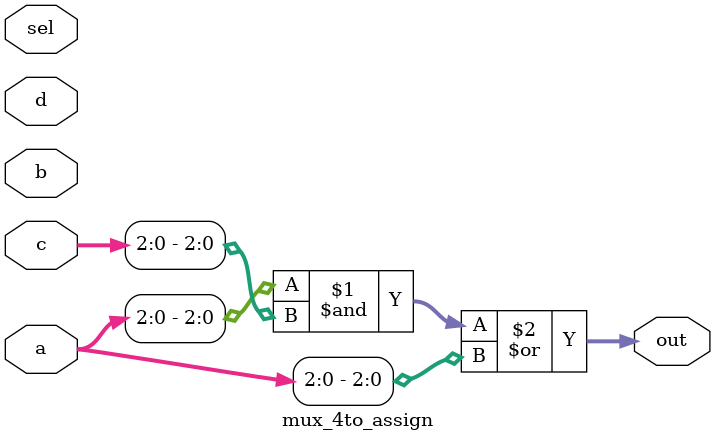
<source format=v>
module mux_4to_assign (a,b,c,d,sel,out);

input [3:0] a;

input [3:0] b; 
input [3:0] c; 

input [3:0] d; 

input [1:0] sel; 
output [2:0] out; 


assign out = (a[2:0] & c[2:0]) | a[2:0];

endmodule

</source>
